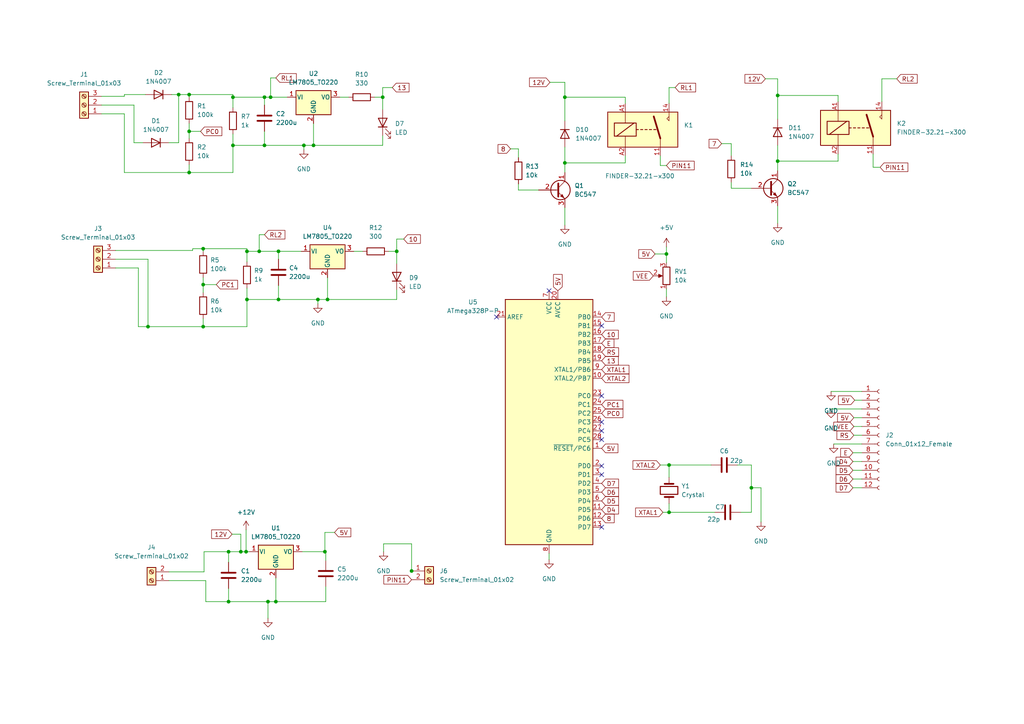
<source format=kicad_sch>
(kicad_sch (version 20211123) (generator eeschema)
  (paper "A4")
  (lib_symbols
    (symbol "Connector:Conn_01x12_Female" (pin_names (offset 1.016) hide)
      (property "Reference" "J" (at 0 15.24 0))
      (property "Value" "Conn_01x12_Female" (at 0 -17.78 0))
      (symbol "Conn_01x12_Female_1_1"
        (arc (start 0 -14.732) (mid -0.508 -15.24) (end 0 -15.748) (stroke (width 0.1524)))
        (arc (start 0 -12.192) (mid -0.508 -12.7) (end 0 -13.208) (stroke (width 0.1524)))
        (arc (start 0 -9.652) (mid -0.508 -10.16) (end 0 -10.668) (stroke (width 0.1524)))
        (arc (start 0 -7.112) (mid -0.508 -7.62) (end 0 -8.128) (stroke (width 0.1524)))
        (arc (start 0 -4.572) (mid -0.508 -5.08) (end 0 -5.588) (stroke (width 0.1524)))
        (arc (start 0 -2.032) (mid -0.508 -2.54) (end 0 -3.048) (stroke (width 0.1524)))
        (polyline (pts (xy -1.27 -15.24) (xy -0.508 -15.24)) (stroke (width 0.1524)))
        (polyline (pts (xy -1.27 -12.7) (xy -0.508 -12.7)) (stroke (width 0.1524)))
        (polyline (pts (xy -1.27 -10.16) (xy -0.508 -10.16)) (stroke (width 0.1524)))
        (polyline (pts (xy -1.27 -7.62) (xy -0.508 -7.62)) (stroke (width 0.1524)))
        (polyline (pts (xy -1.27 -5.08) (xy -0.508 -5.08)) (stroke (width 0.1524)))
        (polyline (pts (xy -1.27 -2.54) (xy -0.508 -2.54)) (stroke (width 0.1524)))
        (polyline (pts (xy -1.27 0) (xy -0.508 0)) (stroke (width 0.1524)))
        (polyline (pts (xy -1.27 2.54) (xy -0.508 2.54)) (stroke (width 0.1524)))
        (polyline (pts (xy -1.27 5.08) (xy -0.508 5.08)) (stroke (width 0.1524)))
        (polyline (pts (xy -1.27 7.62) (xy -0.508 7.62)) (stroke (width 0.1524)))
        (polyline (pts (xy -1.27 10.16) (xy -0.508 10.16)) (stroke (width 0.1524)))
        (polyline (pts (xy -1.27 12.7) (xy -0.508 12.7)) (stroke (width 0.1524)))
        (arc (start 0 0.508) (mid -0.508 0) (end 0 -0.508) (stroke (width 0.1524)))
        (arc (start 0 3.048) (mid -0.508 2.54) (end 0 2.032) (stroke (width 0.1524)))
        (arc (start 0 5.588) (mid -0.508 5.08) (end 0 4.572) (stroke (width 0.1524)))
        (arc (start 0 8.128) (mid -0.508 7.62) (end 0 7.112) (stroke (width 0.1524)))
        (arc (start 0 10.668) (mid -0.508 10.16) (end 0 9.652) (stroke (width 0.1524)))
        (arc (start 0 13.208) (mid -0.508 12.7) (end 0 12.192) (stroke (width 0.1524)))
        (pin passive line (at -5.08 12.7 0) (length 3.81) (name "Pin_1") (number "1"))
        (pin passive line (at -5.08 -10.16 0) (length 3.81) (name "Pin_10") (number "10"))
        (pin passive line (at -5.08 -12.7 0) (length 3.81) (name "Pin_11") (number "11"))
        (pin passive line (at -5.08 -15.24 0) (length 3.81) (name "Pin_12") (number "12"))
        (pin passive line (at -5.08 10.16 0) (length 3.81) (name "Pin_2") (number "2"))
        (pin passive line (at -5.08 7.62 0) (length 3.81) (name "Pin_3") (number "3"))
        (pin passive line (at -5.08 5.08 0) (length 3.81) (name "Pin_4") (number "4"))
        (pin passive line (at -5.08 2.54 0) (length 3.81) (name "Pin_5") (number "5"))
        (pin passive line (at -5.08 0 0) (length 3.81) (name "Pin_6") (number "6"))
        (pin passive line (at -5.08 -2.54 0) (length 3.81) (name "Pin_7") (number "7"))
        (pin passive line (at -5.08 -5.08 0) (length 3.81) (name "Pin_8") (number "8"))
        (pin passive line (at -5.08 -7.62 0) (length 3.81) (name "Pin_9") (number "9"))
      )
    )
    (symbol "Connector:Screw_Terminal_01x02" (pin_names (offset 1.016) hide)
      (property "Reference" "J" (at 0 2.54 0))
      (property "Value" "Screw_Terminal_01x02" (at 0 -5.08 0))
      (symbol "Screw_Terminal_01x02_1_1"
        (rectangle (start -1.27 1.27) (end 1.27 -3.81) (stroke (width 0.254)) (fill (type background)))
        (circle (center 0 -2.54) (radius 0.635) (stroke (width 0.1524)))
        (polyline (pts (xy -0.5334 -2.2098) (xy 0.3302 -3.048)) (stroke (width 0.1524)))
        (polyline (pts (xy -0.5334 0.3302) (xy 0.3302 -0.508)) (stroke (width 0.1524)))
        (polyline (pts (xy -0.3556 -2.032) (xy 0.508 -2.8702)) (stroke (width 0.1524)))
        (polyline (pts (xy -0.3556 0.508) (xy 0.508 -0.3302)) (stroke (width 0.1524)))
        (circle (center 0 0) (radius 0.635) (stroke (width 0.1524)))
        (pin passive line (at -5.08 0 0) (length 3.81) (name "Pin_1") (number "1"))
        (pin passive line (at -5.08 -2.54 0) (length 3.81) (name "Pin_2") (number "2"))
      )
    )
    (symbol "Connector:Screw_Terminal_01x03" (pin_names (offset 1.016) hide)
      (property "Reference" "J" (at 0 5.08 0))
      (property "Value" "Screw_Terminal_01x03" (at 0 -5.08 0))
      (symbol "Screw_Terminal_01x03_1_1"
        (rectangle (start -1.27 3.81) (end 1.27 -3.81) (stroke (width 0.254)) (fill (type background)))
        (circle (center 0 -2.54) (radius 0.635) (stroke (width 0.1524)))
        (polyline (pts (xy -0.5334 -2.2098) (xy 0.3302 -3.048)) (stroke (width 0.1524)))
        (polyline (pts (xy -0.5334 0.3302) (xy 0.3302 -0.508)) (stroke (width 0.1524)))
        (polyline (pts (xy -0.5334 2.8702) (xy 0.3302 2.032)) (stroke (width 0.1524)))
        (polyline (pts (xy -0.3556 -2.032) (xy 0.508 -2.8702)) (stroke (width 0.1524)))
        (polyline (pts (xy -0.3556 0.508) (xy 0.508 -0.3302)) (stroke (width 0.1524)))
        (polyline (pts (xy -0.3556 3.048) (xy 0.508 2.2098)) (stroke (width 0.1524)))
        (circle (center 0 0) (radius 0.635) (stroke (width 0.1524)))
        (circle (center 0 2.54) (radius 0.635) (stroke (width 0.1524)))
        (pin passive line (at -5.08 2.54 0) (length 3.81) (name "Pin_1") (number "1"))
        (pin passive line (at -5.08 0 0) (length 3.81) (name "Pin_2") (number "2"))
        (pin passive line (at -5.08 -2.54 0) (length 3.81) (name "Pin_3") (number "3"))
      )
    )
    (symbol "Device:C" (pin_numbers hide) (pin_names (offset 0.254))
      (property "Reference" "C" (at 0.635 2.54 0))
      (property "Value" "C" (at 0.635 -2.54 0))
      (symbol "C_0_1"
        (polyline (pts (xy -2.032 -0.762) (xy 2.032 -0.762)) (stroke (width 0.508)))
        (polyline (pts (xy -2.032 0.762) (xy 2.032 0.762)) (stroke (width 0.508)))
      )
      (symbol "C_1_1"
        (pin passive line (at 0 3.81 270) (length 2.794) (name "~") (number "1"))
        (pin passive line (at 0 -3.81 90) (length 2.794) (name "~") (number "2"))
      )
    )
    (symbol "Device:Crystal" (pin_numbers hide) (pin_names (offset 1.016) hide)
      (property "Reference" "Y" (at 0 3.81 0))
      (property "Value" "Crystal" (at 0 -3.81 0))
      (symbol "Crystal_0_1"
        (rectangle (start -1.143 2.54) (end 1.143 -2.54) (stroke (width 0.3048)))
        (polyline (pts (xy -2.54 0) (xy -1.905 0)))
        (polyline (pts (xy -1.905 -1.27) (xy -1.905 1.27)) (stroke (width 0.508)))
        (polyline (pts (xy 1.905 -1.27) (xy 1.905 1.27)) (stroke (width 0.508)))
        (polyline (pts (xy 2.54 0) (xy 1.905 0)))
      )
      (symbol "Crystal_1_1"
        (pin passive line (at -3.81 0 0) (length 1.27) (name "1") (number "1"))
        (pin passive line (at 3.81 0 180) (length 1.27) (name "2") (number "2"))
      )
    )
    (symbol "Device:LED" (pin_numbers hide) (pin_names (offset 1.016) hide)
      (property "Reference" "D" (at 0 2.54 0))
      (property "Value" "LED" (at 0 -2.54 0))
      (symbol "LED_0_1"
        (polyline (pts (xy -1.27 -1.27) (xy -1.27 1.27)) (stroke (width 0.254)))
        (polyline (pts (xy -1.27 0) (xy 1.27 0)))
        (polyline (pts (xy 1.27 -1.27) (xy 1.27 1.27) (xy -1.27 0) (xy 1.27 -1.27)) (stroke (width 0.254)))
        (polyline (pts (xy -3.048 -0.762) (xy -4.572 -2.286) (xy -3.81 -2.286) (xy -4.572 -2.286) (xy -4.572 -1.524)))
        (polyline (pts (xy -1.778 -0.762) (xy -3.302 -2.286) (xy -2.54 -2.286) (xy -3.302 -2.286) (xy -3.302 -1.524)))
      )
      (symbol "LED_1_1"
        (pin passive line (at -3.81 0 0) (length 2.54) (name "K") (number "1"))
        (pin passive line (at 3.81 0 180) (length 2.54) (name "A") (number "2"))
      )
    )
    (symbol "Device:R" (pin_numbers hide) (pin_names (offset 0))
      (property "Reference" "R" (at 2.032 0 90))
      (property "Value" "R" (at 0 0 90))
      (symbol "R_0_1"
        (rectangle (start -1.016 -2.54) (end 1.016 2.54) (stroke (width 0.254)))
      )
      (symbol "R_1_1"
        (pin passive line (at 0 3.81 270) (length 1.27) (name "~") (number "1"))
        (pin passive line (at 0 -3.81 90) (length 1.27) (name "~") (number "2"))
      )
    )
    (symbol "Device:R_Potentiometer" (pin_names (offset 1.016) hide)
      (property "Reference" "RV" (at -4.445 0 90))
      (property "Value" "R_Potentiometer" (at -2.54 0 90))
      (symbol "R_Potentiometer_0_1"
        (polyline (pts (xy 2.54 0) (xy 1.524 0)))
        (polyline (pts (xy 1.143 0) (xy 2.286 0.508) (xy 2.286 -0.508) (xy 1.143 0)) (fill (type outline)))
        (rectangle (start 1.016 2.54) (end -1.016 -2.54) (stroke (width 0.254)))
      )
      (symbol "R_Potentiometer_1_1"
        (pin passive line (at 0 3.81 270) (length 1.27) (name "1") (number "1"))
        (pin passive line (at 3.81 0 180) (length 1.27) (name "2") (number "2"))
        (pin passive line (at 0 -3.81 90) (length 1.27) (name "3") (number "3"))
      )
    )
    (symbol "Diode:1N4007" (pin_numbers hide) (pin_names (offset 1.016) hide)
      (property "Reference" "D" (at 0 2.54 0))
      (property "Value" "1N4007" (at 0 -2.54 0))
      (symbol "1N4007_0_1"
        (polyline (pts (xy -1.27 1.27) (xy -1.27 -1.27)) (stroke (width 0.254)))
        (polyline (pts (xy 1.27 0) (xy -1.27 0)))
        (polyline (pts (xy 1.27 1.27) (xy 1.27 -1.27) (xy -1.27 0) (xy 1.27 1.27)) (stroke (width 0.254)))
      )
      (symbol "1N4007_1_1"
        (pin passive line (at -3.81 0 0) (length 2.54) (name "K") (number "1"))
        (pin passive line (at 3.81 0 180) (length 2.54) (name "A") (number "2"))
      )
    )
    (symbol "MCU_Microchip_ATmega:ATmega328P-P"
      (property "Reference" "U" (at -12.7 36.83 0))
      (property "Value" "ATmega328P-P" (at 2.54 -36.83 0))
      (symbol "ATmega328P-P_0_1"
        (rectangle (start -12.7 -35.56) (end 12.7 35.56) (stroke (width 0.254)) (fill (type background)))
      )
      (symbol "ATmega328P-P_1_1"
        (pin bidirectional line (at 15.24 -7.62 180) (length 2.54) (name "~{RESET}/PC6") (number "1"))
        (pin bidirectional line (at 15.24 12.7 180) (length 2.54) (name "XTAL2/PB7") (number "10"))
        (pin bidirectional line (at 15.24 -25.4 180) (length 2.54) (name "PD5") (number "11"))
        (pin bidirectional line (at 15.24 -27.94 180) (length 2.54) (name "PD6") (number "12"))
        (pin bidirectional line (at 15.24 -30.48 180) (length 2.54) (name "PD7") (number "13"))
        (pin bidirectional line (at 15.24 30.48 180) (length 2.54) (name "PB0") (number "14"))
        (pin bidirectional line (at 15.24 27.94 180) (length 2.54) (name "PB1") (number "15"))
        (pin bidirectional line (at 15.24 25.4 180) (length 2.54) (name "PB2") (number "16"))
        (pin bidirectional line (at 15.24 22.86 180) (length 2.54) (name "PB3") (number "17"))
        (pin bidirectional line (at 15.24 20.32 180) (length 2.54) (name "PB4") (number "18"))
        (pin bidirectional line (at 15.24 17.78 180) (length 2.54) (name "PB5") (number "19"))
        (pin bidirectional line (at 15.24 -12.7 180) (length 2.54) (name "PD0") (number "2"))
        (pin power_in line (at 2.54 38.1 270) (length 2.54) (name "AVCC") (number "20"))
        (pin passive line (at -15.24 30.48 0) (length 2.54) (name "AREF") (number "21"))
        (pin passive line (at 0 -38.1 90) (length 2.54) hide (name "GND") (number "22"))
        (pin bidirectional line (at 15.24 7.62 180) (length 2.54) (name "PC0") (number "23"))
        (pin bidirectional line (at 15.24 5.08 180) (length 2.54) (name "PC1") (number "24"))
        (pin bidirectional line (at 15.24 2.54 180) (length 2.54) (name "PC2") (number "25"))
        (pin bidirectional line (at 15.24 0 180) (length 2.54) (name "PC3") (number "26"))
        (pin bidirectional line (at 15.24 -2.54 180) (length 2.54) (name "PC4") (number "27"))
        (pin bidirectional line (at 15.24 -5.08 180) (length 2.54) (name "PC5") (number "28"))
        (pin bidirectional line (at 15.24 -15.24 180) (length 2.54) (name "PD1") (number "3"))
        (pin bidirectional line (at 15.24 -17.78 180) (length 2.54) (name "PD2") (number "4"))
        (pin bidirectional line (at 15.24 -20.32 180) (length 2.54) (name "PD3") (number "5"))
        (pin bidirectional line (at 15.24 -22.86 180) (length 2.54) (name "PD4") (number "6"))
        (pin power_in line (at 0 38.1 270) (length 2.54) (name "VCC") (number "7"))
        (pin power_in line (at 0 -38.1 90) (length 2.54) (name "GND") (number "8"))
        (pin bidirectional line (at 15.24 15.24 180) (length 2.54) (name "XTAL1/PB6") (number "9"))
      )
    )
    (symbol "Regulator_Linear:LM7805_TO220" (pin_names (offset 0.254))
      (property "Reference" "U" (at -3.81 3.175 0))
      (property "Value" "LM7805_TO220" (at 0 3.175 0))
      (symbol "LM7805_TO220_0_1"
        (rectangle (start -5.08 1.905) (end 5.08 -5.08) (stroke (width 0.254)) (fill (type background)))
      )
      (symbol "LM7805_TO220_1_1"
        (pin power_in line (at -7.62 0 0) (length 2.54) (name "VI") (number "1"))
        (pin power_in line (at 0 -7.62 90) (length 2.54) (name "GND") (number "2"))
        (pin power_out line (at 7.62 0 180) (length 2.54) (name "VO") (number "3"))
      )
    )
    (symbol "Relay:FINDER-32.21-x300"
      (property "Reference" "K" (at 11.43 3.81 0))
      (property "Value" "FINDER-32.21-x300" (at 11.43 1.27 0))
      (symbol "FINDER-32.21-x300_0_1"
        (rectangle (start -10.16 5.08) (end 10.16 -5.08) (stroke (width 0.254)) (fill (type background)))
        (rectangle (start -8.255 1.905) (end -1.905 -1.905) (stroke (width 0.254)))
        (polyline (pts (xy -7.62 -1.905) (xy -2.54 1.905)) (stroke (width 0.254)))
        (polyline (pts (xy -5.08 -5.08) (xy -5.08 -1.905)))
        (polyline (pts (xy -5.08 5.08) (xy -5.08 1.905)))
        (polyline (pts (xy -1.905 0) (xy -1.27 0)) (stroke (width 0.254)))
        (polyline (pts (xy -0.635 0) (xy 0 0)) (stroke (width 0.254)))
        (polyline (pts (xy 0.635 0) (xy 1.27 0)) (stroke (width 0.254)))
        (polyline (pts (xy 1.905 0) (xy 2.54 0)) (stroke (width 0.254)))
        (polyline (pts (xy 3.175 0) (xy 3.81 0)) (stroke (width 0.254)))
        (polyline (pts (xy 5.08 -2.54) (xy 3.175 3.81)) (stroke (width 0.508)))
        (polyline (pts (xy 5.08 -2.54) (xy 5.08 -5.08)))
        (polyline (pts (xy 7.62 5.08) (xy 7.62 2.54) (xy 6.985 3.175) (xy 7.62 3.81)))
      )
      (symbol "FINDER-32.21-x300_1_1"
        (pin passive line (at 5.08 -7.62 90) (length 2.54) (name "~") (number "11"))
        (pin passive line (at 7.62 7.62 270) (length 2.54) (name "~") (number "14"))
        (pin passive line (at -5.08 7.62 270) (length 2.54) (name "~") (number "A1"))
        (pin passive line (at -5.08 -7.62 90) (length 2.54) (name "~") (number "A2"))
      )
    )
    (symbol "Transistor_BJT:BC547" (pin_names (offset 0) hide)
      (property "Reference" "Q" (at 5.08 1.905 0))
      (property "Value" "BC547" (at 5.08 0 0))
      (symbol "BC547_0_1"
        (polyline (pts (xy 0 0) (xy 0.635 0)))
        (polyline (pts (xy 0.635 0.635) (xy 2.54 2.54)))
        (polyline (pts (xy 0.635 -0.635) (xy 2.54 -2.54) (xy 2.54 -2.54)))
        (polyline (pts (xy 0.635 1.905) (xy 0.635 -1.905) (xy 0.635 -1.905)) (stroke (width 0.508)))
        (polyline (pts (xy 1.27 -1.778) (xy 1.778 -1.27) (xy 2.286 -2.286) (xy 1.27 -1.778) (xy 1.27 -1.778)) (fill (type outline)))
        (circle (center 1.27 0) (radius 2.8194) (stroke (width 0.254)))
      )
      (symbol "BC547_1_1"
        (pin passive line (at 2.54 5.08 270) (length 2.54) (name "C") (number "1"))
        (pin input line (at -5.08 0 0) (length 5.08) (name "B") (number "2"))
        (pin passive line (at 2.54 -5.08 90) (length 2.54) (name "E") (number "3"))
      )
    )
    (symbol "power:+12V" (power) (pin_names (offset 0))
      (property "Value" "+12V" (at 0 3.556 0))
      (symbol "+12V_0_1"
        (polyline (pts (xy -0.762 1.27) (xy 0 2.54)))
        (polyline (pts (xy 0 0) (xy 0 2.54)))
        (polyline (pts (xy 0 2.54) (xy 0.762 1.27)))
      )
      (symbol "+12V_1_1"
        (pin power_in line (at 0 0 90) (length 0) hide (name "+12V") (number "1"))
      )
    )
    (symbol "power:+5V" (power) (pin_names (offset 0))
      (property "Value" "+5V" (at 0 3.556 0))
      (symbol "+5V_0_1"
        (polyline (pts (xy -0.762 1.27) (xy 0 2.54)))
        (polyline (pts (xy 0 0) (xy 0 2.54)))
        (polyline (pts (xy 0 2.54) (xy 0.762 1.27)))
      )
      (symbol "+5V_1_1"
        (pin power_in line (at 0 0 90) (length 0) hide (name "+5V") (number "1"))
      )
    )
    (symbol "power:GND" (power) (pin_names (offset 0))
      (property "Value" "GND" (at 0 -3.81 0))
      (symbol "GND_0_1"
        (polyline (pts (xy 0 0) (xy 0 -1.27) (xy 1.27 -1.27) (xy 0 -2.54) (xy -1.27 -1.27) (xy 0 -1.27)))
      )
      (symbol "GND_1_1"
        (pin power_in line (at 0 0 270) (length 0) hide (name "GND") (number "1"))
      )
    )
  )
  (junction (at 42.926 94.742))
  (junction (at 71.374 160.02))
  (junction (at 94.234 160.02))
  (junction (at 90.932 42.164))
  (junction (at 78.486 28.194))
  (junction (at 66.294 174.498))
  (junction (at 94.996 86.868))
  (junction (at 51.816 27.432))
  (junction (at 66.294 160.02))
  (junction (at 119.38 165.608))
  (junction (at 58.928 94.742))
  (junction (at 67.564 42.164))
  (junction (at 54.864 50.038))
  (junction (at 225.552 27.686))
  (junction (at 54.864 27.432))
  (junction (at 75.184 72.898))
  (junction (at 163.83 47.244))
  (junction (at 76.708 28.194))
  (junction (at 115.062 72.898))
  (junction (at 80.772 72.898))
  (junction (at 217.932 141.478))
  (junction (at 92.202 86.868))
  (junction (at 77.724 174.498))
  (junction (at 194.056 134.874))
  (junction (at 110.998 28.194))
  (junction (at 88.138 42.164))
  (junction (at 225.552 46.736))
  (junction (at 71.628 72.898))
  (junction (at 67.564 28.194))
  (junction (at 163.83 28.194))
  (junction (at 71.628 86.868))
  (junction (at 76.708 42.164))
  (junction (at 58.928 72.136))
  (junction (at 58.928 82.55))
  (junction (at 194.056 148.59))
  (junction (at 80.01 174.498))
  (junction (at 69.85 160.02))
  (junction (at 80.772 86.868))
  (junction (at 54.864 38.1))
  (junction (at 193.294 73.66))
  (no_connect (at 174.498 114.808))
  (no_connect (at 174.498 152.908))
  (no_connect (at 174.498 94.488))
  (no_connect (at 174.498 135.128))
  (no_connect (at 174.498 137.668))
  (no_connect (at 174.498 127.508))
  (no_connect (at 144.018 91.948))
  (no_connect (at 174.498 122.428))
  (no_connect (at 174.498 124.968))
  (no_connect (at 159.258 84.328))
  (wire (pts (xy 75.184 68.072) (xy 75.184 72.898)))
  (wire (pts (xy 67.564 38.862) (xy 67.564 42.164)))
  (wire (pts (xy 163.83 47.244) (xy 163.83 50.038)))
  (wire (pts (xy 97.028 154.432) (xy 94.234 154.432)))
  (wire (pts (xy 217.932 148.59) (xy 214.884 148.59)))
  (wire (pts (xy 181.356 47.244) (xy 163.83 47.244)))
  (wire (pts (xy 59.182 165.862) (xy 59.182 160.02)))
  (wire (pts (xy 221.996 22.86) (xy 225.552 22.86)))
  (wire (pts (xy 225.552 46.736) (xy 225.552 49.53)))
  (wire (pts (xy 112.776 72.898) (xy 115.062 72.898)))
  (wire (pts (xy 111.252 157.734) (xy 119.38 157.734)))
  (wire (pts (xy 36.068 27.94) (xy 36.068 27.432)))
  (wire (pts (xy 163.83 28.194) (xy 181.356 28.194)))
  (wire (pts (xy 119.38 157.734) (xy 119.38 165.608)))
  (wire (pts (xy 67.564 31.242) (xy 67.564 28.194)))
  (wire (pts (xy 33.528 75.184) (xy 42.926 75.184)))
  (wire (pts (xy 194.056 146.05) (xy 194.056 148.59)))
  (wire (pts (xy 194.056 148.59) (xy 207.264 148.59)))
  (wire (pts (xy 189.992 73.66) (xy 193.294 73.66)))
  (wire (pts (xy 71.628 72.898) (xy 75.184 72.898)))
  (wire (pts (xy 51.816 27.432) (xy 54.864 27.432)))
  (wire (pts (xy 194.056 25.4) (xy 194.056 29.972)))
  (wire (pts (xy 94.996 80.518) (xy 94.996 86.868)))
  (wire (pts (xy 66.294 174.498) (xy 77.724 174.498)))
  (wire (pts (xy 241.808 128.778) (xy 249.936 128.778)))
  (wire (pts (xy 192.278 148.59) (xy 194.056 148.59)))
  (wire (pts (xy 94.488 174.498) (xy 94.488 170.18)))
  (wire (pts (xy 193.294 73.66) (xy 193.294 76.2)))
  (wire (pts (xy 80.01 174.498) (xy 94.488 174.498)))
  (wire (pts (xy 59.182 160.02) (xy 66.294 160.02)))
  (wire (pts (xy 29.464 33.02) (xy 36.068 33.02)))
  (wire (pts (xy 260.096 22.86) (xy 255.778 22.86)))
  (wire (pts (xy 49.022 168.402) (xy 59.69 168.402)))
  (wire (pts (xy 58.928 82.55) (xy 62.738 82.55)))
  (wire (pts (xy 88.138 42.164) (xy 90.932 42.164)))
  (wire (pts (xy 77.724 174.498) (xy 80.01 174.498)))
  (wire (pts (xy 241.046 118.618) (xy 249.936 118.618)))
  (wire (pts (xy 36.068 27.432) (xy 42.164 27.432)))
  (wire (pts (xy 225.552 34.544) (xy 225.552 27.686)))
  (wire (pts (xy 71.628 86.868) (xy 71.628 94.742)))
  (wire (pts (xy 193.294 83.82) (xy 193.294 86.106)))
  (wire (pts (xy 115.062 72.898) (xy 115.062 76.454)))
  (wire (pts (xy 194.056 138.43) (xy 194.056 134.874)))
  (wire (pts (xy 78.486 28.194) (xy 76.708 28.194)))
  (wire (pts (xy 150.368 53.34) (xy 150.368 55.118)))
  (wire (pts (xy 247.904 116.078) (xy 249.936 116.078)))
  (wire (pts (xy 49.022 165.862) (xy 59.182 165.862)))
  (wire (pts (xy 41.402 41.402) (xy 38.862 41.402)))
  (wire (pts (xy 71.628 72.136) (xy 71.628 72.898)))
  (wire (pts (xy 163.83 60.198) (xy 163.83 65.278)))
  (wire (pts (xy 113.792 25.4) (xy 110.998 25.4)))
  (wire (pts (xy 54.864 28.194) (xy 54.864 27.432)))
  (wire (pts (xy 212.09 54.61) (xy 217.932 54.61)))
  (wire (pts (xy 159.512 23.876) (xy 163.83 23.876)))
  (wire (pts (xy 66.294 160.02) (xy 66.294 163.068)))
  (wire (pts (xy 241.046 113.538) (xy 249.936 113.538)))
  (wire (pts (xy 247.396 131.318) (xy 249.936 131.318)))
  (wire (pts (xy 59.69 174.498) (xy 66.294 174.498)))
  (wire (pts (xy 69.85 160.02) (xy 71.374 160.02)))
  (wire (pts (xy 58.928 72.136) (xy 71.628 72.136)))
  (wire (pts (xy 76.708 38.1) (xy 76.708 42.164)))
  (wire (pts (xy 193.294 71.628) (xy 193.294 73.66)))
  (wire (pts (xy 181.356 45.212) (xy 181.356 47.244)))
  (wire (pts (xy 191.516 48.006) (xy 191.516 45.212)))
  (wire (pts (xy 181.356 28.194) (xy 181.356 29.972)))
  (wire (pts (xy 80.01 167.64) (xy 80.01 174.498)))
  (wire (pts (xy 55.88 72.136) (xy 58.928 72.136)))
  (wire (pts (xy 69.85 160.02) (xy 66.294 160.02)))
  (wire (pts (xy 212.09 52.832) (xy 212.09 54.61)))
  (wire (pts (xy 80.772 72.898) (xy 80.772 75.184)))
  (wire (pts (xy 108.712 28.194) (xy 110.998 28.194)))
  (wire (pts (xy 49.784 27.432) (xy 51.816 27.432)))
  (wire (pts (xy 220.726 141.478) (xy 217.932 141.478)))
  (wire (pts (xy 58.928 94.742) (xy 42.926 94.742)))
  (wire (pts (xy 54.864 27.432) (xy 67.564 27.432)))
  (wire (pts (xy 38.862 30.48) (xy 38.862 41.402)))
  (wire (pts (xy 33.528 77.724) (xy 40.132 77.724)))
  (wire (pts (xy 58.928 82.55) (xy 58.928 84.836)))
  (wire (pts (xy 225.552 27.686) (xy 243.078 27.686)))
  (wire (pts (xy 71.374 153.67) (xy 71.374 160.02)))
  (wire (pts (xy 71.628 86.868) (xy 80.772 86.868)))
  (wire (pts (xy 29.464 30.48) (xy 38.862 30.48)))
  (wire (pts (xy 247.65 121.158) (xy 249.936 121.158)))
  (wire (pts (xy 77.724 179.324) (xy 77.724 174.498)))
  (wire (pts (xy 150.368 55.118) (xy 156.21 55.118)))
  (wire (pts (xy 51.816 27.432) (xy 51.816 41.402)))
  (wire (pts (xy 76.708 28.194) (xy 76.708 30.48)))
  (wire (pts (xy 92.202 86.868) (xy 92.202 88.138)))
  (wire (pts (xy 217.932 141.478) (xy 217.932 148.59)))
  (wire (pts (xy 67.564 50.038) (xy 54.864 50.038)))
  (wire (pts (xy 80.772 86.868) (xy 92.202 86.868)))
  (wire (pts (xy 115.062 84.074) (xy 115.062 86.868)))
  (wire (pts (xy 225.552 59.69) (xy 225.552 64.77)))
  (wire (pts (xy 195.834 25.4) (xy 194.056 25.4)))
  (wire (pts (xy 243.078 44.704) (xy 243.078 46.736)))
  (wire (pts (xy 225.552 22.86) (xy 225.552 27.686)))
  (wire (pts (xy 163.83 42.672) (xy 163.83 47.244)))
  (wire (pts (xy 115.062 86.868) (xy 94.996 86.868)))
  (wire (pts (xy 247.396 133.858) (xy 249.936 133.858)))
  (wire (pts (xy 42.926 75.184) (xy 42.926 94.742)))
  (wire (pts (xy 247.396 136.398) (xy 249.936 136.398)))
  (wire (pts (xy 36.068 33.02) (xy 36.068 50.038)))
  (wire (pts (xy 90.932 35.814) (xy 90.932 42.164)))
  (wire (pts (xy 110.998 28.194) (xy 110.998 31.75)))
  (wire (pts (xy 110.998 42.164) (xy 90.932 42.164)))
  (wire (pts (xy 148.082 43.18) (xy 150.368 43.18)))
  (wire (pts (xy 247.396 141.478) (xy 249.936 141.478)))
  (wire (pts (xy 243.078 27.686) (xy 243.078 29.464)))
  (wire (pts (xy 80.772 82.804) (xy 80.772 86.868)))
  (wire (pts (xy 66.294 170.688) (xy 66.294 174.498)))
  (wire (pts (xy 67.31 154.94) (xy 69.85 154.94)))
  (wire (pts (xy 87.63 160.02) (xy 94.234 160.02)))
  (wire (pts (xy 88.138 42.164) (xy 88.138 43.434)))
  (wire (pts (xy 193.294 48.006) (xy 191.516 48.006)))
  (wire (pts (xy 247.396 138.938) (xy 249.936 138.938)))
  (wire (pts (xy 115.062 69.342) (xy 115.062 72.898)))
  (wire (pts (xy 67.564 28.194) (xy 76.708 28.194)))
  (wire (pts (xy 33.528 72.644) (xy 55.88 72.644)))
  (wire (pts (xy 67.564 42.164) (xy 76.708 42.164)))
  (wire (pts (xy 247.65 126.238) (xy 249.936 126.238)))
  (wire (pts (xy 58.928 72.898) (xy 58.928 72.136)))
  (wire (pts (xy 71.628 94.742) (xy 58.928 94.742)))
  (wire (pts (xy 255.778 22.86) (xy 255.778 29.464)))
  (wire (pts (xy 58.928 80.518) (xy 58.928 82.55)))
  (wire (pts (xy 194.056 134.874) (xy 206.248 134.874)))
  (wire (pts (xy 217.932 134.874) (xy 217.932 141.478)))
  (wire (pts (xy 94.488 160.02) (xy 94.488 162.56)))
  (wire (pts (xy 94.234 160.02) (xy 94.488 160.02)))
  (wire (pts (xy 102.616 72.898) (xy 105.156 72.898)))
  (wire (pts (xy 255.27 48.514) (xy 253.238 48.514)))
  (wire (pts (xy 117.094 69.342) (xy 115.062 69.342)))
  (wire (pts (xy 58.928 92.456) (xy 58.928 94.742)))
  (wire (pts (xy 76.708 42.164) (xy 88.138 42.164)))
  (wire (pts (xy 80.01 22.606) (xy 78.486 22.606)))
  (wire (pts (xy 42.926 94.742) (xy 40.132 94.742)))
  (wire (pts (xy 67.564 27.432) (xy 67.564 28.194)))
  (wire (pts (xy 67.564 42.164) (xy 67.564 50.038)))
  (wire (pts (xy 191.516 134.874) (xy 194.056 134.874)))
  (wire (pts (xy 76.708 68.072) (xy 75.184 68.072)))
  (wire (pts (xy 110.998 25.4) (xy 110.998 28.194)))
  (wire (pts (xy 98.552 28.194) (xy 101.092 28.194)))
  (wire (pts (xy 163.83 35.052) (xy 163.83 28.194)))
  (wire (pts (xy 59.69 168.402) (xy 59.69 174.498)))
  (wire (pts (xy 163.83 23.876) (xy 163.83 28.194)))
  (wire (pts (xy 94.234 154.432) (xy 94.234 160.02)))
  (wire (pts (xy 212.09 41.656) (xy 212.09 45.212)))
  (wire (pts (xy 225.552 42.164) (xy 225.552 46.736)))
  (wire (pts (xy 49.022 41.402) (xy 51.816 41.402)))
  (wire (pts (xy 92.202 86.868) (xy 94.996 86.868)))
  (wire (pts (xy 87.376 72.898) (xy 80.772 72.898)))
  (wire (pts (xy 54.864 47.752) (xy 54.864 50.038)))
  (wire (pts (xy 83.312 28.194) (xy 78.486 28.194)))
  (wire (pts (xy 253.238 48.514) (xy 253.238 44.704)))
  (wire (pts (xy 54.864 38.1) (xy 58.166 38.1)))
  (wire (pts (xy 111.252 160.02) (xy 111.252 157.734)))
  (wire (pts (xy 71.374 160.02) (xy 72.39 160.02)))
  (wire (pts (xy 110.998 39.37) (xy 110.998 42.164)))
  (wire (pts (xy 54.864 35.814) (xy 54.864 38.1)))
  (wire (pts (xy 55.88 72.644) (xy 55.88 72.136)))
  (wire (pts (xy 159.258 160.528) (xy 159.258 162.306)))
  (wire (pts (xy 220.726 151.384) (xy 220.726 141.478)))
  (wire (pts (xy 243.078 46.736) (xy 225.552 46.736)))
  (wire (pts (xy 69.85 154.94) (xy 69.85 160.02)))
  (wire (pts (xy 209.296 41.656) (xy 212.09 41.656)))
  (wire (pts (xy 247.65 123.698) (xy 249.936 123.698)))
  (wire (pts (xy 71.628 83.566) (xy 71.628 86.868)))
  (wire (pts (xy 54.864 50.038) (xy 36.068 50.038)))
  (wire (pts (xy 150.368 43.18) (xy 150.368 45.72)))
  (wire (pts (xy 119.38 165.608) (xy 119.38 165.862)))
  (wire (pts (xy 54.864 38.1) (xy 54.864 40.132)))
  (wire (pts (xy 78.486 22.606) (xy 78.486 28.194)))
  (wire (pts (xy 29.464 27.94) (xy 36.068 27.94)))
  (wire (pts (xy 213.868 134.874) (xy 217.932 134.874)))
  (wire (pts (xy 75.184 72.898) (xy 80.772 72.898)))
  (wire (pts (xy 71.628 75.946) (xy 71.628 72.898)))
  (wire (pts (xy 40.132 94.742) (xy 40.132 77.724)))
  (global_label "E" (shape input) (at 247.396 131.318 180) (property "Intersheet References" "${INTERSHEET_REFS}" (effects hide)))
  (global_label "5V" (shape input) (at 247.904 116.078 180) (property "Intersheet References" "${INTERSHEET_REFS}" (effects hide)))
  (global_label "PIN11" (shape input) (at 119.38 168.148 180) (property "Intersheet References" "${INTERSHEET_REFS}" (effects hide)))
  (global_label "XTAL2" (shape input) (at 174.498 109.728 0) (property "Intersheet References" "${INTERSHEET_REFS}" (effects hide)))
  (global_label "5V" (shape input) (at 189.992 73.66 180) (property "Intersheet References" "${INTERSHEET_REFS}" (effects hide)))
  (global_label "PIN11" (shape input) (at 193.294 48.006 0) (property "Intersheet References" "${INTERSHEET_REFS}" (effects hide)))
  (global_label "PC1" (shape input) (at 62.738 82.55 0) (property "Intersheet References" "${INTERSHEET_REFS}" (effects hide)))
  (global_label "13" (shape input) (at 113.792 25.4 0) (property "Intersheet References" "${INTERSHEET_REFS}" (effects hide)))
  (global_label "D7" (shape input) (at 174.498 140.208 0) (property "Intersheet References" "${INTERSHEET_REFS}" (effects hide)))
  (global_label "D4" (shape input) (at 174.498 147.828 0) (property "Intersheet References" "${INTERSHEET_REFS}" (effects hide)))
  (global_label "10" (shape input) (at 174.498 97.028 0) (property "Intersheet References" "${INTERSHEET_REFS}" (effects hide)))
  (global_label "D5" (shape input) (at 174.498 145.288 0) (property "Intersheet References" "${INTERSHEET_REFS}" (effects hide)))
  (global_label "XTAL1" (shape input) (at 192.278 148.59 180) (property "Intersheet References" "${INTERSHEET_REFS}" (effects hide)))
  (global_label "12V" (shape input) (at 67.31 154.94 180) (property "Intersheet References" "${INTERSHEET_REFS}" (effects hide)))
  (global_label "12V" (shape input) (at 159.512 23.876 180) (property "Intersheet References" "${INTERSHEET_REFS}" (effects hide)))
  (global_label "RS" (shape input) (at 174.498 102.108 0) (property "Intersheet References" "${INTERSHEET_REFS}" (effects hide)))
  (global_label "RL2" (shape input) (at 260.096 22.86 0) (property "Intersheet References" "${INTERSHEET_REFS}" (effects hide)))
  (global_label "RL1" (shape input) (at 80.01 22.606 0) (property "Intersheet References" "${INTERSHEET_REFS}" (effects hide)))
  (global_label "5V" (shape input) (at 174.498 130.048 0) (property "Intersheet References" "${INTERSHEET_REFS}" (effects hide)))
  (global_label "VEE" (shape input) (at 247.65 123.698 180) (property "Intersheet References" "${INTERSHEET_REFS}" (effects hide)))
  (global_label "5V" (shape input) (at 161.798 84.328 90) (property "Intersheet References" "${INTERSHEET_REFS}" (effects hide)))
  (global_label "D6" (shape input) (at 247.396 138.938 180) (property "Intersheet References" "${INTERSHEET_REFS}" (effects hide)))
  (global_label "E" (shape input) (at 174.498 99.568 0) (property "Intersheet References" "${INTERSHEET_REFS}" (effects hide)))
  (global_label "XTAL1" (shape input) (at 174.498 107.188 0) (property "Intersheet References" "${INTERSHEET_REFS}" (effects hide)))
  (global_label "5V" (shape input) (at 97.028 154.432 0) (property "Intersheet References" "${INTERSHEET_REFS}" (effects hide)))
  (global_label "8" (shape input) (at 148.082 43.18 180) (property "Intersheet References" "${INTERSHEET_REFS}" (effects hide)))
  (global_label "10" (shape input) (at 117.094 69.342 0) (property "Intersheet References" "${INTERSHEET_REFS}" (effects hide)))
  (global_label "VEE" (shape input) (at 189.484 80.01 180) (property "Intersheet References" "${INTERSHEET_REFS}" (effects hide)))
  (global_label "PC0" (shape input) (at 58.166 38.1 0) (property "Intersheet References" "${INTERSHEET_REFS}" (effects hide)))
  (global_label "PC1" (shape input) (at 174.498 117.348 0) (property "Intersheet References" "${INTERSHEET_REFS}" (effects hide)))
  (global_label "7" (shape input) (at 209.296 41.656 180) (property "Intersheet References" "${INTERSHEET_REFS}" (effects hide)))
  (global_label "D4" (shape input) (at 247.396 133.858 180) (property "Intersheet References" "${INTERSHEET_REFS}" (effects hide)))
  (global_label "13" (shape input) (at 174.498 104.648 0) (property "Intersheet References" "${INTERSHEET_REFS}" (effects hide)))
  (global_label "8" (shape input) (at 174.498 150.368 0) (property "Intersheet References" "${INTERSHEET_REFS}" (effects hide)))
  (global_label "RL2" (shape input) (at 76.708 68.072 0) (property "Intersheet References" "${INTERSHEET_REFS}" (effects hide)))
  (global_label "XTAL2" (shape input) (at 191.516 134.874 180) (property "Intersheet References" "${INTERSHEET_REFS}" (effects hide)))
  (global_label "PIN11" (shape input) (at 255.27 48.514 0) (property "Intersheet References" "${INTERSHEET_REFS}" (effects hide)))
  (global_label "D6" (shape input) (at 174.498 142.748 0) (property "Intersheet References" "${INTERSHEET_REFS}" (effects hide)))
  (global_label "12V" (shape input) (at 221.996 22.86 180) (property "Intersheet References" "${INTERSHEET_REFS}" (effects hide)))
  (global_label "7" (shape input) (at 174.498 91.948 0) (property "Intersheet References" "${INTERSHEET_REFS}" (effects hide)))
  (global_label "RL1" (shape input) (at 195.834 25.4 0) (property "Intersheet References" "${INTERSHEET_REFS}" (effects hide)))
  (global_label "D5" (shape input) (at 247.396 136.398 180) (property "Intersheet References" "${INTERSHEET_REFS}" (effects hide)))
  (global_label "PC0" (shape input) (at 174.498 119.888 0) (property "Intersheet References" "${INTERSHEET_REFS}" (effects hide)))
  (global_label "D7" (shape input) (at 247.396 141.478 180) (property "Intersheet References" "${INTERSHEET_REFS}" (effects hide)))
  (global_label "5V" (shape input) (at 247.65 121.158 180) (property "Intersheet References" "${INTERSHEET_REFS}" (effects hide)))
  (global_label "RS" (shape input) (at 247.65 126.238 180) (property "Intersheet References" "${INTERSHEET_REFS}" (effects hide)))
  (symbol (lib_id "MCU_Microchip_ATmega:ATmega328P-P") (at 159.258 122.428 0) (unit 1)
    (property "Reference" "U5" (at 137.16 87.6173 0))
    (property "Value" "ATmega328P-P" (at 137.16 90.1573 0))
    (property "Footprint" "Package_DIP:DIP-28_W7.62mm" (effects hide))
    (property "Datasheet" "http://ww1.microchip.com/downloads/en/DeviceDoc/ATmega328_P%20AVR%20MCU%20with%20picoPower%20Technology%20Data%20Sheet%2040001984A.pdf" (effects hide))
  )
  (symbol (lib_id "power:GND") (at 159.258 162.306 0) (unit 1)
    (property "Reference" "#PWR05" (effects hide))
    (property "Value" "GND" (at 159.258 167.894 0))
  )
  (symbol (lib_id "Device:R") (at 54.864 32.004 0) (unit 1)
    (property "Reference" "R1" (at 57.15 30.7339 0) (effects (justify left)))
    (property "Value" "100k" (at 57.15 33.2739 0) (effects (justify left)))
    (property "Footprint" "Resistor_THT:R_Axial_DIN0204_L3.6mm_D1.6mm_P7.62mm_Horizontal" (effects hide))
  )
  (symbol (lib_id "Relay:FINDER-32.21-x300") (at 248.158 37.084 0) (unit 1)
    (property "Reference" "K2" (at 260.096 35.8139 0) (effects (justify left)))
    (property "Value" "FINDER-32.21-x300" (at 260.096 38.3539 0) (effects (justify left)))
    (property "Footprint" "Relay_THT:Relay_SPDT_Finder_36.11" (effects hide))
    (property "Datasheet" "http://gfinder.findernet.com/assets/Series/355/S32EN.pdf" (effects hide))
  )
  (symbol (lib_id "Connector:Screw_Terminal_01x02") (at 43.942 168.402 180) (unit 1)
    (property "Reference" "J4" (at 43.942 158.75 0))
    (property "Value" "Screw_Terminal_01x02" (at 43.942 161.29 0))
    (property "Footprint" "TerminalBlock_Phoenix:TerminalBlock_Phoenix_MKDS-3-2-5.08_1x02_P5.08mm_Horizontal" (effects hide))
  )
  (symbol (lib_id "Device:R") (at 67.564 35.052 0) (unit 1)
    (property "Reference" "R7" (at 69.85 33.7819 0) (effects (justify left)))
    (property "Value" "1k" (at 69.85 36.3219 0) (effects (justify left)))
    (property "Footprint" "Resistor_THT:R_Axial_DIN0204_L3.6mm_D1.6mm_P7.62mm_Horizontal" (effects hide))
  )
  (symbol (lib_id "Diode:1N4007") (at 45.974 27.432 180) (unit 1)
    (property "Reference" "D2" (at 45.974 21.082 0))
    (property "Value" "1N4007" (at 45.974 23.622 0))
    (property "Footprint" "Diode_THT:D_DO-41_SOD81_P10.16mm_Horizontal" (effects hide))
    (property "Datasheet" "http://www.vishay.com/docs/88503/1n4001.pdf" (effects hide))
  )
  (symbol (lib_id "Connector:Screw_Terminal_01x03") (at 24.384 30.48 180) (unit 1)
    (property "Reference" "J1" (at 24.384 21.59 0))
    (property "Value" "Screw_Terminal_01x03" (at 24.384 24.13 0))
    (property "Footprint" "TerminalBlock_Phoenix:TerminalBlock_Phoenix_MKDS-3-3-5.08_1x03_P5.08mm_Horizontal" (effects hide))
  )
  (symbol (lib_id "Diode:1N4007") (at 225.552 38.354 270) (unit 1)
    (property "Reference" "D11" (at 228.6 37.0839 90) (effects (justify left)))
    (property "Value" "1N4007" (at 228.6 39.6239 90) (effects (justify left)))
    (property "Footprint" "Diode_THT:D_DO-41_SOD81_P10.16mm_Horizontal" (effects hide))
    (property "Datasheet" "http://www.vishay.com/docs/88503/1n4001.pdf" (effects hide))
  )
  (symbol (lib_id "Regulator_Linear:LM7805_TO220") (at 90.932 28.194 0) (unit 1)
    (property "Reference" "U2" (at 90.932 21.336 0))
    (property "Value" "LM7805_TO220" (at 90.932 23.876 0))
    (property "Footprint" "Package_TO_SOT_THT:TO-220-3_Vertical" (effects hide))
    (property "Datasheet" "https://www.onsemi.cn/PowerSolutions/document/MC7800-D.PDF" (effects hide))
  )
  (symbol (lib_id "power:GND") (at 220.726 151.384 0) (unit 1)
    (property "Reference" "#PWR08" (effects hide))
    (property "Value" "GND" (at 220.726 156.972 0))
  )
  (symbol (lib_id "Transistor_BJT:BC547") (at 223.012 54.61 0) (unit 1)
    (property "Reference" "Q2" (at 228.346 53.3399 0) (effects (justify left)))
    (property "Value" "BC547" (at 228.346 55.8799 0) (effects (justify left)))
    (property "Footprint" "Package_TO_SOT_THT:TO-92_Inline" (effects hide))
    (property "Datasheet" "https://www.onsemi.com/pub/Collateral/BC550-D.pdf" (effects hide))
  )
  (symbol (lib_id "Device:C") (at 76.708 34.29 0) (unit 1)
    (property "Reference" "C2" (at 80.01 33.0199 0) (effects (justify left)))
    (property "Value" "2200u" (at 80.01 35.5599 0) (effects (justify left)))
    (property "Footprint" "Capacitor_THT:C_Radial_D10.0mm_H12.5mm_P5.00mm" (effects hide))
  )
  (symbol (lib_id "power:GND") (at 241.808 128.778 0) (unit 1)
    (property "Reference" "#PWR0103" (effects hide))
    (property "Value" "GND" (at 241.808 134.366 0))
  )
  (symbol (lib_id "power:GND") (at 88.138 43.434 0) (unit 1)
    (property "Reference" "#PWR02" (effects hide))
    (property "Value" "GND" (at 88.138 49.022 0))
  )
  (symbol (lib_id "Device:LED") (at 115.062 80.264 90) (unit 1)
    (property "Reference" "D9" (at 118.618 80.5814 90) (effects (justify right)))
    (property "Value" "LED" (at 118.618 83.1214 90) (effects (justify right)))
    (property "Footprint" "LED_THT:LED_D3.0mm" (effects hide))
  )
  (symbol (lib_id "power:GND") (at 193.294 86.106 0) (unit 1)
    (property "Reference" "#PWR07" (effects hide))
    (property "Value" "GND" (at 193.294 91.694 0))
  )
  (symbol (lib_id "Device:R") (at 58.928 76.708 0) (unit 1)
    (property "Reference" "R5" (at 60.96 75.4379 0) (effects (justify left)))
    (property "Value" "100k" (at 60.96 77.9779 0) (effects (justify left)))
    (property "Footprint" "Resistor_THT:R_Axial_DIN0204_L3.6mm_D1.6mm_P7.62mm_Horizontal" (effects hide))
  )
  (symbol (lib_id "Device:R") (at 108.966 72.898 270) (unit 1)
    (property "Reference" "R12" (at 108.966 66.04 90))
    (property "Value" "300" (at 108.966 68.58 90))
    (property "Footprint" "Resistor_THT:R_Axial_DIN0204_L3.6mm_D1.6mm_P7.62mm_Horizontal" (effects hide))
  )
  (symbol (lib_id "power:+12V") (at 71.374 153.67 0) (unit 1)
    (property "Reference" "#PWR0101" (effects hide))
    (property "Value" "+12V" (at 71.374 148.59 0))
  )
  (symbol (lib_id "Relay:FINDER-32.21-x300") (at 186.436 37.592 0) (unit 1)
    (property "Reference" "K1" (at 198.374 36.3219 0) (effects (justify left)))
    (property "Value" "FINDER-32.21-x300" (at 175.514 51.054 0) (effects (justify left)))
    (property "Footprint" "Relay_THT:Relay_SPDT_Finder_36.11" (effects hide))
    (property "Datasheet" "http://gfinder.findernet.com/assets/Series/355/S32EN.pdf" (effects hide))
  )
  (symbol (lib_id "Device:R") (at 212.09 49.022 0) (unit 1)
    (property "Reference" "R14" (at 214.63 47.7519 0) (effects (justify left)))
    (property "Value" "10k" (at 214.63 50.2919 0) (effects (justify left)))
    (property "Footprint" "Resistor_THT:R_Axial_DIN0204_L3.6mm_D1.6mm_P7.62mm_Horizontal" (effects hide))
  )
  (symbol (lib_id "Device:R") (at 58.928 88.646 0) (unit 1)
    (property "Reference" "R6" (at 60.96 87.3759 0) (effects (justify left)))
    (property "Value" "10k" (at 60.96 89.9159 0) (effects (justify left)))
    (property "Footprint" "Resistor_THT:R_Axial_DIN0204_L3.6mm_D1.6mm_P7.62mm_Horizontal" (effects hide))
  )
  (symbol (lib_id "Diode:1N4007") (at 45.212 41.402 180) (unit 1)
    (property "Reference" "D1" (at 45.212 35.052 0))
    (property "Value" "1N4007" (at 45.212 37.592 0))
    (property "Footprint" "Diode_THT:D_DO-41_SOD81_P10.16mm_Horizontal" (effects hide))
    (property "Datasheet" "http://www.vishay.com/docs/88503/1n4001.pdf" (effects hide))
  )
  (symbol (lib_id "Connector:Conn_01x12_Female") (at 255.016 126.238 0) (unit 1)
    (property "Reference" "J2" (at 256.794 126.2379 0) (effects (justify left)))
    (property "Value" "Conn_01x12_Female" (at 256.794 128.7779 0) (effects (justify left)))
    (property "Footprint" "Connector_PinHeader_2.54mm:PinHeader_1x12_P2.54mm_Vertical" (effects hide))
  )
  (symbol (lib_id "Regulator_Linear:LM7805_TO220") (at 94.996 72.898 0) (unit 1)
    (property "Reference" "U4" (at 94.996 66.04 0))
    (property "Value" "LM7805_TO220" (at 94.996 68.58 0))
    (property "Footprint" "Package_TO_SOT_THT:TO-220-3_Vertical" (effects hide))
    (property "Datasheet" "https://www.onsemi.cn/PowerSolutions/document/MC7800-D.PDF" (effects hide))
  )
  (symbol (lib_id "Device:R_Potentiometer") (at 193.294 80.01 180) (unit 1)
    (property "Reference" "RV1" (at 195.58 78.7399 0) (effects (justify right)))
    (property "Value" "10k" (at 195.58 81.2799 0) (effects (justify right)))
    (property "Footprint" "Potentiometer_THT:Potentiometer_Alps_RK163_Single_Horizontal" (effects hide))
  )
  (symbol (lib_id "Device:Crystal") (at 194.056 142.24 90) (unit 1)
    (property "Reference" "Y1" (at 197.612 140.9699 90) (effects (justify right)))
    (property "Value" "Crystal" (at 197.612 143.5099 90) (effects (justify right)))
    (property "Footprint" "Crystal:Crystal_HC18-U_Vertical" (effects hide))
  )
  (symbol (lib_id "Device:C") (at 80.772 78.994 0) (unit 1)
    (property "Reference" "C4" (at 83.82 77.7239 0) (effects (justify left)))
    (property "Value" "2200u" (at 83.82 80.2639 0) (effects (justify left)))
    (property "Footprint" "Capacitor_THT:C_Radial_D10.0mm_H12.5mm_P5.00mm" (effects hide))
  )
  (symbol (lib_id "Device:LED") (at 110.998 35.56 90) (unit 1)
    (property "Reference" "D7" (at 114.554 35.8774 90) (effects (justify right)))
    (property "Value" "LED" (at 114.554 38.4174 90) (effects (justify right)))
    (property "Footprint" "LED_THT:LED_D3.0mm" (effects hide))
  )
  (symbol (lib_id "Transistor_BJT:BC547") (at 161.29 55.118 0) (unit 1)
    (property "Reference" "Q1" (at 166.624 53.8479 0) (effects (justify left)))
    (property "Value" "BC547" (at 166.624 56.3879 0) (effects (justify left)))
    (property "Footprint" "Package_TO_SOT_THT:TO-92_Inline" (effects hide))
    (property "Datasheet" "https://www.onsemi.com/pub/Collateral/BC550-D.pdf" (effects hide))
  )
  (symbol (lib_id "Connector:Screw_Terminal_01x02") (at 124.46 165.608 0) (unit 1)
    (property "Reference" "J6" (at 127.508 165.6079 0) (effects (justify left)))
    (property "Value" "Screw_Terminal_01x02" (at 127.508 168.1479 0) (effects (justify left)))
    (property "Footprint" "TerminalBlock_Phoenix:TerminalBlock_Phoenix_MKDS-1,5-2-5.08_1x02_P5.08mm_Horizontal" (effects hide))
  )
  (symbol (lib_id "Regulator_Linear:LM7805_TO220") (at 80.01 160.02 0) (unit 1)
    (property "Reference" "U1" (at 80.01 153.162 0))
    (property "Value" "LM7805_TO220" (at 80.01 155.702 0))
    (property "Footprint" "Package_TO_SOT_THT:TO-220-3_Vertical" (effects hide))
    (property "Datasheet" "https://www.onsemi.cn/PowerSolutions/document/MC7800-D.PDF" (effects hide))
  )
  (symbol (lib_id "Device:C") (at 66.294 166.878 0) (unit 1)
    (property "Reference" "C1" (at 69.85 165.6079 0) (effects (justify left)))
    (property "Value" "2200u" (at 69.85 168.1479 0) (effects (justify left)))
    (property "Footprint" "Capacitor_THT:C_Radial_D10.0mm_H12.5mm_P5.00mm" (effects hide))
  )
  (symbol (lib_id "Device:R") (at 71.628 79.756 0) (unit 1)
    (property "Reference" "R9" (at 73.66 78.4859 0) (effects (justify left)))
    (property "Value" "1k" (at 73.66 81.0259 0) (effects (justify left)))
    (property "Footprint" "Resistor_THT:R_Axial_DIN0204_L3.6mm_D1.6mm_P7.62mm_Horizontal" (effects hide))
  )
  (symbol (lib_id "power:GND") (at 241.046 118.618 0) (unit 1)
    (property "Reference" "#PWR0105" (effects hide))
    (property "Value" "GND" (at 241.046 124.206 0))
  )
  (symbol (lib_id "Device:R") (at 150.368 49.53 0) (unit 1)
    (property "Reference" "R13" (at 152.4 48.2599 0) (effects (justify left)))
    (property "Value" "10k" (at 152.4 50.7999 0) (effects (justify left)))
    (property "Footprint" "Resistor_THT:R_Axial_DIN0204_L3.6mm_D1.6mm_P7.62mm_Horizontal" (effects hide))
  )
  (symbol (lib_id "Diode:1N4007") (at 163.83 38.862 270) (unit 1)
    (property "Reference" "D10" (at 166.878 37.5919 90) (effects (justify left)))
    (property "Value" "1N4007" (at 166.878 40.1319 90) (effects (justify left)))
    (property "Footprint" "Diode_THT:D_DO-41_SOD81_P10.16mm_Horizontal" (effects hide))
    (property "Datasheet" "http://www.vishay.com/docs/88503/1n4001.pdf" (effects hide))
  )
  (symbol (lib_id "power:GND") (at 225.552 64.77 0) (unit 1)
    (property "Reference" "#PWR09" (effects hide))
    (property "Value" "GND" (at 225.552 70.358 0))
  )
  (symbol (lib_id "power:GND") (at 92.202 88.138 0) (unit 1)
    (property "Reference" "#PWR04" (effects hide))
    (property "Value" "GND" (at 92.202 93.726 0))
  )
  (symbol (lib_id "Device:C") (at 210.058 134.874 90) (unit 1)
    (property "Reference" "C6" (at 210.058 130.81 90))
    (property "Value" "22p" (at 213.614 133.604 90))
    (property "Footprint" "Capacitor_THT:C_Disc_D6.0mm_W2.5mm_P5.00mm" (effects hide))
  )
  (symbol (lib_id "Device:R") (at 54.864 43.942 0) (unit 1)
    (property "Reference" "R2" (at 57.15 42.6719 0) (effects (justify left)))
    (property "Value" "10k" (at 57.15 45.2119 0) (effects (justify left)))
    (property "Footprint" "Resistor_THT:R_Axial_DIN0204_L3.6mm_D1.6mm_P7.62mm_Horizontal" (effects hide))
  )
  (symbol (lib_id "power:GND") (at 163.83 65.278 0) (unit 1)
    (property "Reference" "#PWR06" (effects hide))
    (property "Value" "GND" (at 163.83 70.866 0))
  )
  (symbol (lib_id "power:+5V") (at 193.294 71.628 0) (unit 1)
    (property "Reference" "#PWR0102" (effects hide))
    (property "Value" "+5V" (at 193.294 66.04 0))
  )
  (symbol (lib_id "power:GND") (at 241.046 113.538 0) (unit 1)
    (property "Reference" "#PWR0104" (effects hide))
    (property "Value" "GND" (at 241.046 119.126 0))
  )
  (symbol (lib_id "Connector:Screw_Terminal_01x03") (at 28.448 75.184 180) (unit 1)
    (property "Reference" "J3" (at 28.448 66.294 0))
    (property "Value" "Screw_Terminal_01x03" (at 28.448 68.834 0))
    (property "Footprint" "TerminalBlock_Phoenix:TerminalBlock_Phoenix_MKDS-3-3-5.08_1x03_P5.08mm_Horizontal" (effects hide))
  )
  (symbol (lib_id "Device:C") (at 94.488 166.37 0) (unit 1)
    (property "Reference" "C5" (at 97.79 165.0999 0) (effects (justify left)))
    (property "Value" "2200u" (at 97.79 167.6399 0) (effects (justify left)))
    (property "Footprint" "Capacitor_THT:C_Radial_D10.0mm_H12.5mm_P5.00mm" (effects hide))
  )
  (symbol (lib_id "Device:R") (at 104.902 28.194 270) (unit 1)
    (property "Reference" "R10" (at 104.902 21.59 90))
    (property "Value" "330" (at 104.902 24.13 90))
    (property "Footprint" "Resistor_THT:R_Axial_DIN0204_L3.6mm_D1.6mm_P7.62mm_Horizontal" (effects hide))
  )
  (symbol (lib_id "power:GND") (at 77.724 179.324 0) (unit 1)
    (property "Reference" "#PWR01" (effects hide))
    (property "Value" "GND" (at 77.724 184.912 0))
  )
  (symbol (lib_id "Device:C") (at 211.074 148.59 90) (unit 1)
    (property "Reference" "C7" (at 208.788 147.066 90))
    (property "Value" "22p" (at 207.01 150.622 90))
    (property "Footprint" "Capacitor_THT:C_Disc_D6.0mm_W2.5mm_P5.00mm" (effects hide))
  )
  (symbol (lib_id "power:GND") (at 111.252 160.02 0) (unit 1)
    (property "Reference" "#PWR03" (effects hide))
    (property "Value" "GND" (at 111.252 165.608 0))
  )
)
</source>
